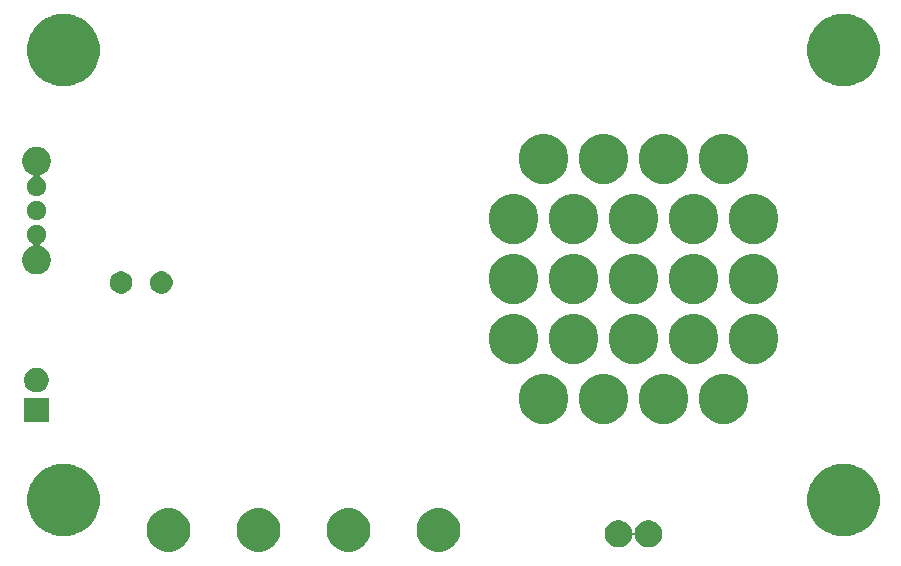
<source format=gbr>
G04 #@! TF.GenerationSoftware,KiCad,Pcbnew,(5.1.5)-3*
G04 #@! TF.CreationDate,2020-06-16T01:41:37-04:00*
G04 #@! TF.ProjectId,SMT-Theremin-v1,534d542d-5468-4657-9265-6d696e2d7631,rev?*
G04 #@! TF.SameCoordinates,Original*
G04 #@! TF.FileFunction,Soldermask,Bot*
G04 #@! TF.FilePolarity,Negative*
%FSLAX46Y46*%
G04 Gerber Fmt 4.6, Leading zero omitted, Abs format (unit mm)*
G04 Created by KiCad (PCBNEW (5.1.5)-3) date 2020-06-16 01:41:37*
%MOMM*%
%LPD*%
G04 APERTURE LIST*
%ADD10C,0.100000*%
G04 APERTURE END LIST*
D10*
G36*
X118650850Y-115057056D02*
G01*
X118988293Y-115196829D01*
X119291984Y-115399749D01*
X119550251Y-115658016D01*
X119753171Y-115961707D01*
X119892944Y-116299150D01*
X119964200Y-116657377D01*
X119964200Y-117022623D01*
X119892944Y-117380850D01*
X119753171Y-117718293D01*
X119550251Y-118021984D01*
X119291984Y-118280251D01*
X118988293Y-118483171D01*
X118650850Y-118622944D01*
X118292623Y-118694200D01*
X117927377Y-118694200D01*
X117569150Y-118622944D01*
X117231707Y-118483171D01*
X116928016Y-118280251D01*
X116669749Y-118021984D01*
X116466829Y-117718293D01*
X116327056Y-117380850D01*
X116255800Y-117022623D01*
X116255800Y-116657377D01*
X116327056Y-116299150D01*
X116466829Y-115961707D01*
X116669749Y-115658016D01*
X116928016Y-115399749D01*
X117231707Y-115196829D01*
X117569150Y-115057056D01*
X117927377Y-114985800D01*
X118292623Y-114985800D01*
X118650850Y-115057056D01*
G37*
G36*
X103410850Y-115057056D02*
G01*
X103748293Y-115196829D01*
X104051984Y-115399749D01*
X104310251Y-115658016D01*
X104513171Y-115961707D01*
X104652944Y-116299150D01*
X104724200Y-116657377D01*
X104724200Y-117022623D01*
X104652944Y-117380850D01*
X104513171Y-117718293D01*
X104310251Y-118021984D01*
X104051984Y-118280251D01*
X103748293Y-118483171D01*
X103410850Y-118622944D01*
X103052623Y-118694200D01*
X102687377Y-118694200D01*
X102329150Y-118622944D01*
X101991707Y-118483171D01*
X101688016Y-118280251D01*
X101429749Y-118021984D01*
X101226829Y-117718293D01*
X101087056Y-117380850D01*
X101015800Y-117022623D01*
X101015800Y-116657377D01*
X101087056Y-116299150D01*
X101226829Y-115961707D01*
X101429749Y-115658016D01*
X101688016Y-115399749D01*
X101991707Y-115196829D01*
X102329150Y-115057056D01*
X102687377Y-114985800D01*
X103052623Y-114985800D01*
X103410850Y-115057056D01*
G37*
G36*
X95790850Y-115057056D02*
G01*
X96128293Y-115196829D01*
X96431984Y-115399749D01*
X96690251Y-115658016D01*
X96893171Y-115961707D01*
X97032944Y-116299150D01*
X97104200Y-116657377D01*
X97104200Y-117022623D01*
X97032944Y-117380850D01*
X96893171Y-117718293D01*
X96690251Y-118021984D01*
X96431984Y-118280251D01*
X96128293Y-118483171D01*
X95790850Y-118622944D01*
X95432623Y-118694200D01*
X95067377Y-118694200D01*
X94709150Y-118622944D01*
X94371707Y-118483171D01*
X94068016Y-118280251D01*
X93809749Y-118021984D01*
X93606829Y-117718293D01*
X93467056Y-117380850D01*
X93395800Y-117022623D01*
X93395800Y-116657377D01*
X93467056Y-116299150D01*
X93606829Y-115961707D01*
X93809749Y-115658016D01*
X94068016Y-115399749D01*
X94371707Y-115196829D01*
X94709150Y-115057056D01*
X95067377Y-114985800D01*
X95432623Y-114985800D01*
X95790850Y-115057056D01*
G37*
G36*
X111030850Y-115057056D02*
G01*
X111368293Y-115196829D01*
X111671984Y-115399749D01*
X111930251Y-115658016D01*
X112133171Y-115961707D01*
X112272944Y-116299150D01*
X112344200Y-116657377D01*
X112344200Y-117022623D01*
X112272944Y-117380850D01*
X112133171Y-117718293D01*
X111930251Y-118021984D01*
X111671984Y-118280251D01*
X111368293Y-118483171D01*
X111030850Y-118622944D01*
X110672623Y-118694200D01*
X110307377Y-118694200D01*
X109949150Y-118622944D01*
X109611707Y-118483171D01*
X109308016Y-118280251D01*
X109049749Y-118021984D01*
X108846829Y-117718293D01*
X108707056Y-117380850D01*
X108635800Y-117022623D01*
X108635800Y-116657377D01*
X108707056Y-116299150D01*
X108846829Y-115961707D01*
X109049749Y-115658016D01*
X109308016Y-115399749D01*
X109611707Y-115196829D01*
X109949150Y-115057056D01*
X110307377Y-114985800D01*
X110672623Y-114985800D01*
X111030850Y-115057056D01*
G37*
G36*
X133687105Y-116039714D02*
G01*
X133897429Y-116126833D01*
X134086716Y-116253310D01*
X134247691Y-116414285D01*
X134374168Y-116603572D01*
X134461287Y-116813896D01*
X134495443Y-116985608D01*
X134502668Y-117009426D01*
X134514404Y-117031382D01*
X134530198Y-117050627D01*
X134549443Y-117066421D01*
X134571400Y-117078157D01*
X134595224Y-117085384D01*
X134620000Y-117087824D01*
X134644777Y-117085384D01*
X134668601Y-117078157D01*
X134690557Y-117066421D01*
X134709802Y-117050627D01*
X134725596Y-117031382D01*
X134737332Y-117009425D01*
X134744557Y-116985608D01*
X134778713Y-116813896D01*
X134865832Y-116603572D01*
X134992309Y-116414285D01*
X135153284Y-116253310D01*
X135342571Y-116126833D01*
X135552895Y-116039714D01*
X135776173Y-115995301D01*
X136003827Y-115995301D01*
X136227105Y-116039714D01*
X136437429Y-116126833D01*
X136626716Y-116253310D01*
X136787691Y-116414285D01*
X136914168Y-116603572D01*
X137001287Y-116813896D01*
X137045700Y-117037174D01*
X137045700Y-117264828D01*
X137001287Y-117488106D01*
X136914168Y-117698430D01*
X136787691Y-117887717D01*
X136626716Y-118048692D01*
X136437429Y-118175169D01*
X136227105Y-118262288D01*
X136003827Y-118306701D01*
X135776173Y-118306701D01*
X135552895Y-118262288D01*
X135342571Y-118175169D01*
X135153284Y-118048692D01*
X134992309Y-117887717D01*
X134865832Y-117698430D01*
X134778713Y-117488106D01*
X134744557Y-117316394D01*
X134737332Y-117292576D01*
X134725596Y-117270620D01*
X134709802Y-117251375D01*
X134690557Y-117235581D01*
X134668600Y-117223845D01*
X134644776Y-117216618D01*
X134620000Y-117214178D01*
X134595223Y-117216618D01*
X134571399Y-117223845D01*
X134549443Y-117235581D01*
X134530198Y-117251375D01*
X134514404Y-117270620D01*
X134502668Y-117292577D01*
X134495443Y-117316394D01*
X134461287Y-117488106D01*
X134374168Y-117698430D01*
X134247691Y-117887717D01*
X134086716Y-118048692D01*
X133897429Y-118175169D01*
X133687105Y-118262288D01*
X133463827Y-118306701D01*
X133236173Y-118306701D01*
X133012895Y-118262288D01*
X132802571Y-118175169D01*
X132613284Y-118048692D01*
X132452309Y-117887717D01*
X132325832Y-117698430D01*
X132238713Y-117488106D01*
X132194300Y-117264828D01*
X132194300Y-117037174D01*
X132238713Y-116813896D01*
X132325832Y-116603572D01*
X132452309Y-116414285D01*
X132613284Y-116253310D01*
X132802571Y-116126833D01*
X133012895Y-116039714D01*
X133236173Y-115995301D01*
X133463827Y-115995301D01*
X133687105Y-116039714D01*
G37*
G36*
X152819073Y-111262696D02*
G01*
X153292772Y-111356920D01*
X153571279Y-111472282D01*
X153849785Y-111587643D01*
X153849786Y-111587644D01*
X154351083Y-111922599D01*
X154777401Y-112348917D01*
X155001211Y-112683873D01*
X155112357Y-112850215D01*
X155227718Y-113128721D01*
X155343080Y-113407228D01*
X155460700Y-113998548D01*
X155460700Y-114601452D01*
X155343080Y-115192772D01*
X155257347Y-115399749D01*
X155112357Y-115749785D01*
X155112356Y-115749786D01*
X154777401Y-116251083D01*
X154351083Y-116677401D01*
X154146803Y-116813896D01*
X153849785Y-117012357D01*
X153571279Y-117127718D01*
X153292772Y-117243080D01*
X152819073Y-117337304D01*
X152701453Y-117360700D01*
X152098547Y-117360700D01*
X151980927Y-117337304D01*
X151507228Y-117243080D01*
X151228721Y-117127718D01*
X150950215Y-117012357D01*
X150653197Y-116813896D01*
X150448917Y-116677401D01*
X150022599Y-116251083D01*
X149687644Y-115749786D01*
X149687643Y-115749785D01*
X149542653Y-115399749D01*
X149456920Y-115192772D01*
X149339300Y-114601452D01*
X149339300Y-113998548D01*
X149456920Y-113407228D01*
X149572282Y-113128721D01*
X149687643Y-112850215D01*
X149798789Y-112683873D01*
X150022599Y-112348917D01*
X150448917Y-111922599D01*
X150950214Y-111587644D01*
X150950215Y-111587643D01*
X151228721Y-111472282D01*
X151507228Y-111356920D01*
X151980927Y-111262696D01*
X152098547Y-111239300D01*
X152701453Y-111239300D01*
X152819073Y-111262696D01*
G37*
G36*
X86779073Y-111262696D02*
G01*
X87252772Y-111356920D01*
X87531279Y-111472282D01*
X87809785Y-111587643D01*
X87809786Y-111587644D01*
X88311083Y-111922599D01*
X88737401Y-112348917D01*
X88961211Y-112683873D01*
X89072357Y-112850215D01*
X89187718Y-113128721D01*
X89303080Y-113407228D01*
X89420700Y-113998548D01*
X89420700Y-114601452D01*
X89303080Y-115192772D01*
X89217347Y-115399749D01*
X89072357Y-115749785D01*
X89072356Y-115749786D01*
X88737401Y-116251083D01*
X88311083Y-116677401D01*
X88106803Y-116813896D01*
X87809785Y-117012357D01*
X87531279Y-117127718D01*
X87252772Y-117243080D01*
X86779073Y-117337304D01*
X86661453Y-117360700D01*
X86058547Y-117360700D01*
X85940927Y-117337304D01*
X85467228Y-117243080D01*
X85188721Y-117127718D01*
X84910215Y-117012357D01*
X84613197Y-116813896D01*
X84408917Y-116677401D01*
X83982599Y-116251083D01*
X83647644Y-115749786D01*
X83647643Y-115749785D01*
X83502653Y-115399749D01*
X83416920Y-115192772D01*
X83299300Y-114601452D01*
X83299300Y-113998548D01*
X83416920Y-113407228D01*
X83532282Y-113128721D01*
X83647643Y-112850215D01*
X83758789Y-112683873D01*
X83982599Y-112348917D01*
X84408917Y-111922599D01*
X84910214Y-111587644D01*
X84910215Y-111587643D01*
X85188721Y-111472282D01*
X85467228Y-111356920D01*
X85940927Y-111262696D01*
X86058547Y-111239300D01*
X86661453Y-111239300D01*
X86779073Y-111262696D01*
G37*
G36*
X142854939Y-103693818D02*
G01*
X143238607Y-103852738D01*
X143583899Y-104083455D01*
X143877546Y-104377102D01*
X144108263Y-104722394D01*
X144267183Y-105106062D01*
X144348200Y-105513361D01*
X144348200Y-105928641D01*
X144267183Y-106335940D01*
X144108263Y-106719608D01*
X143877546Y-107064900D01*
X143583899Y-107358547D01*
X143238607Y-107589264D01*
X142854939Y-107748184D01*
X142447640Y-107829201D01*
X142032360Y-107829201D01*
X141625061Y-107748184D01*
X141241393Y-107589264D01*
X140896101Y-107358547D01*
X140602454Y-107064900D01*
X140371737Y-106719608D01*
X140212817Y-106335940D01*
X140131800Y-105928641D01*
X140131800Y-105513361D01*
X140212817Y-105106062D01*
X140371737Y-104722394D01*
X140602454Y-104377102D01*
X140896101Y-104083455D01*
X141241393Y-103852738D01*
X141625061Y-103693818D01*
X142032360Y-103612801D01*
X142447640Y-103612801D01*
X142854939Y-103693818D01*
G37*
G36*
X137774939Y-103693818D02*
G01*
X138158607Y-103852738D01*
X138503899Y-104083455D01*
X138797546Y-104377102D01*
X139028263Y-104722394D01*
X139187183Y-105106062D01*
X139268200Y-105513361D01*
X139268200Y-105928641D01*
X139187183Y-106335940D01*
X139028263Y-106719608D01*
X138797546Y-107064900D01*
X138503899Y-107358547D01*
X138158607Y-107589264D01*
X137774939Y-107748184D01*
X137367640Y-107829201D01*
X136952360Y-107829201D01*
X136545061Y-107748184D01*
X136161393Y-107589264D01*
X135816101Y-107358547D01*
X135522454Y-107064900D01*
X135291737Y-106719608D01*
X135132817Y-106335940D01*
X135051800Y-105928641D01*
X135051800Y-105513361D01*
X135132817Y-105106062D01*
X135291737Y-104722394D01*
X135522454Y-104377102D01*
X135816101Y-104083455D01*
X136161393Y-103852738D01*
X136545061Y-103693818D01*
X136952360Y-103612801D01*
X137367640Y-103612801D01*
X137774939Y-103693818D01*
G37*
G36*
X132694939Y-103693818D02*
G01*
X133078607Y-103852738D01*
X133423899Y-104083455D01*
X133717546Y-104377102D01*
X133948263Y-104722394D01*
X134107183Y-105106062D01*
X134188200Y-105513361D01*
X134188200Y-105928641D01*
X134107183Y-106335940D01*
X133948263Y-106719608D01*
X133717546Y-107064900D01*
X133423899Y-107358547D01*
X133078607Y-107589264D01*
X132694939Y-107748184D01*
X132287640Y-107829201D01*
X131872360Y-107829201D01*
X131465061Y-107748184D01*
X131081393Y-107589264D01*
X130736101Y-107358547D01*
X130442454Y-107064900D01*
X130211737Y-106719608D01*
X130052817Y-106335940D01*
X129971800Y-105928641D01*
X129971800Y-105513361D01*
X130052817Y-105106062D01*
X130211737Y-104722394D01*
X130442454Y-104377102D01*
X130736101Y-104083455D01*
X131081393Y-103852738D01*
X131465061Y-103693818D01*
X131872360Y-103612801D01*
X132287640Y-103612801D01*
X132694939Y-103693818D01*
G37*
G36*
X127614939Y-103693818D02*
G01*
X127998607Y-103852738D01*
X128343899Y-104083455D01*
X128637546Y-104377102D01*
X128868263Y-104722394D01*
X129027183Y-105106062D01*
X129108200Y-105513361D01*
X129108200Y-105928641D01*
X129027183Y-106335940D01*
X128868263Y-106719608D01*
X128637546Y-107064900D01*
X128343899Y-107358547D01*
X127998607Y-107589264D01*
X127614939Y-107748184D01*
X127207640Y-107829201D01*
X126792360Y-107829201D01*
X126385061Y-107748184D01*
X126001393Y-107589264D01*
X125656101Y-107358547D01*
X125362454Y-107064900D01*
X125131737Y-106719608D01*
X124972817Y-106335940D01*
X124891800Y-105928641D01*
X124891800Y-105513361D01*
X124972817Y-105106062D01*
X125131737Y-104722394D01*
X125362454Y-104377102D01*
X125656101Y-104083455D01*
X126001393Y-103852738D01*
X126385061Y-103693818D01*
X126792360Y-103612801D01*
X127207640Y-103612801D01*
X127614939Y-103693818D01*
G37*
G36*
X85127200Y-107733200D02*
G01*
X83020800Y-107733200D01*
X83020800Y-105626800D01*
X85127200Y-105626800D01*
X85127200Y-107733200D01*
G37*
G36*
X84381207Y-103127274D02*
G01*
X84572877Y-103206666D01*
X84745376Y-103321926D01*
X84892074Y-103468624D01*
X85007334Y-103641123D01*
X85086726Y-103832793D01*
X85127200Y-104036269D01*
X85127200Y-104243731D01*
X85086726Y-104447207D01*
X85007334Y-104638877D01*
X84892074Y-104811376D01*
X84745376Y-104958074D01*
X84572877Y-105073334D01*
X84381207Y-105152726D01*
X84177731Y-105193200D01*
X83970269Y-105193200D01*
X83766793Y-105152726D01*
X83575123Y-105073334D01*
X83402624Y-104958074D01*
X83255926Y-104811376D01*
X83140666Y-104638877D01*
X83061274Y-104447207D01*
X83020800Y-104243731D01*
X83020800Y-104036269D01*
X83061274Y-103832793D01*
X83140666Y-103641123D01*
X83255926Y-103468624D01*
X83402624Y-103321926D01*
X83575123Y-103206666D01*
X83766793Y-103127274D01*
X83970269Y-103086800D01*
X84177731Y-103086800D01*
X84381207Y-103127274D01*
G37*
G36*
X135234939Y-98613818D02*
G01*
X135618607Y-98772738D01*
X135963899Y-99003455D01*
X136257546Y-99297102D01*
X136488263Y-99642394D01*
X136647183Y-100026062D01*
X136728200Y-100433361D01*
X136728200Y-100848641D01*
X136647183Y-101255940D01*
X136488263Y-101639608D01*
X136257546Y-101984900D01*
X135963899Y-102278547D01*
X135618607Y-102509264D01*
X135234939Y-102668184D01*
X134827640Y-102749201D01*
X134412360Y-102749201D01*
X134005061Y-102668184D01*
X133621393Y-102509264D01*
X133276101Y-102278547D01*
X132982454Y-101984900D01*
X132751737Y-101639608D01*
X132592817Y-101255940D01*
X132511800Y-100848641D01*
X132511800Y-100433361D01*
X132592817Y-100026062D01*
X132751737Y-99642394D01*
X132982454Y-99297102D01*
X133276101Y-99003455D01*
X133621393Y-98772738D01*
X134005061Y-98613818D01*
X134412360Y-98532801D01*
X134827640Y-98532801D01*
X135234939Y-98613818D01*
G37*
G36*
X130154939Y-98613818D02*
G01*
X130538607Y-98772738D01*
X130883899Y-99003455D01*
X131177546Y-99297102D01*
X131408263Y-99642394D01*
X131567183Y-100026062D01*
X131648200Y-100433361D01*
X131648200Y-100848641D01*
X131567183Y-101255940D01*
X131408263Y-101639608D01*
X131177546Y-101984900D01*
X130883899Y-102278547D01*
X130538607Y-102509264D01*
X130154939Y-102668184D01*
X129747640Y-102749201D01*
X129332360Y-102749201D01*
X128925061Y-102668184D01*
X128541393Y-102509264D01*
X128196101Y-102278547D01*
X127902454Y-101984900D01*
X127671737Y-101639608D01*
X127512817Y-101255940D01*
X127431800Y-100848641D01*
X127431800Y-100433361D01*
X127512817Y-100026062D01*
X127671737Y-99642394D01*
X127902454Y-99297102D01*
X128196101Y-99003455D01*
X128541393Y-98772738D01*
X128925061Y-98613818D01*
X129332360Y-98532801D01*
X129747640Y-98532801D01*
X130154939Y-98613818D01*
G37*
G36*
X125074939Y-98613818D02*
G01*
X125458607Y-98772738D01*
X125803899Y-99003455D01*
X126097546Y-99297102D01*
X126328263Y-99642394D01*
X126487183Y-100026062D01*
X126568200Y-100433361D01*
X126568200Y-100848641D01*
X126487183Y-101255940D01*
X126328263Y-101639608D01*
X126097546Y-101984900D01*
X125803899Y-102278547D01*
X125458607Y-102509264D01*
X125074939Y-102668184D01*
X124667640Y-102749201D01*
X124252360Y-102749201D01*
X123845061Y-102668184D01*
X123461393Y-102509264D01*
X123116101Y-102278547D01*
X122822454Y-101984900D01*
X122591737Y-101639608D01*
X122432817Y-101255940D01*
X122351800Y-100848641D01*
X122351800Y-100433361D01*
X122432817Y-100026062D01*
X122591737Y-99642394D01*
X122822454Y-99297102D01*
X123116101Y-99003455D01*
X123461393Y-98772738D01*
X123845061Y-98613818D01*
X124252360Y-98532801D01*
X124667640Y-98532801D01*
X125074939Y-98613818D01*
G37*
G36*
X140314939Y-98613818D02*
G01*
X140698607Y-98772738D01*
X141043899Y-99003455D01*
X141337546Y-99297102D01*
X141568263Y-99642394D01*
X141727183Y-100026062D01*
X141808200Y-100433361D01*
X141808200Y-100848641D01*
X141727183Y-101255940D01*
X141568263Y-101639608D01*
X141337546Y-101984900D01*
X141043899Y-102278547D01*
X140698607Y-102509264D01*
X140314939Y-102668184D01*
X139907640Y-102749201D01*
X139492360Y-102749201D01*
X139085061Y-102668184D01*
X138701393Y-102509264D01*
X138356101Y-102278547D01*
X138062454Y-101984900D01*
X137831737Y-101639608D01*
X137672817Y-101255940D01*
X137591800Y-100848641D01*
X137591800Y-100433361D01*
X137672817Y-100026062D01*
X137831737Y-99642394D01*
X138062454Y-99297102D01*
X138356101Y-99003455D01*
X138701393Y-98772738D01*
X139085061Y-98613818D01*
X139492360Y-98532801D01*
X139907640Y-98532801D01*
X140314939Y-98613818D01*
G37*
G36*
X145394939Y-98613818D02*
G01*
X145778607Y-98772738D01*
X146123899Y-99003455D01*
X146417546Y-99297102D01*
X146648263Y-99642394D01*
X146807183Y-100026062D01*
X146888200Y-100433361D01*
X146888200Y-100848641D01*
X146807183Y-101255940D01*
X146648263Y-101639608D01*
X146417546Y-101984900D01*
X146123899Y-102278547D01*
X145778607Y-102509264D01*
X145394939Y-102668184D01*
X144987640Y-102749201D01*
X144572360Y-102749201D01*
X144165061Y-102668184D01*
X143781393Y-102509264D01*
X143436101Y-102278547D01*
X143142454Y-101984900D01*
X142911737Y-101639608D01*
X142752817Y-101255940D01*
X142671800Y-100848641D01*
X142671800Y-100433361D01*
X142752817Y-100026062D01*
X142911737Y-99642394D01*
X143142454Y-99297102D01*
X143436101Y-99003455D01*
X143781393Y-98772738D01*
X144165061Y-98613818D01*
X144572360Y-98532801D01*
X144987640Y-98532801D01*
X145394939Y-98613818D01*
G37*
G36*
X130154939Y-93533818D02*
G01*
X130538607Y-93692738D01*
X130883899Y-93923455D01*
X131177546Y-94217102D01*
X131408263Y-94562394D01*
X131567183Y-94946062D01*
X131648200Y-95353361D01*
X131648200Y-95768641D01*
X131567183Y-96175940D01*
X131408263Y-96559608D01*
X131177546Y-96904900D01*
X130883899Y-97198547D01*
X130538607Y-97429264D01*
X130154939Y-97588184D01*
X129747640Y-97669201D01*
X129332360Y-97669201D01*
X128925061Y-97588184D01*
X128541393Y-97429264D01*
X128196101Y-97198547D01*
X127902454Y-96904900D01*
X127671737Y-96559608D01*
X127512817Y-96175940D01*
X127431800Y-95768641D01*
X127431800Y-95353361D01*
X127512817Y-94946062D01*
X127671737Y-94562394D01*
X127902454Y-94217102D01*
X128196101Y-93923455D01*
X128541393Y-93692738D01*
X128925061Y-93533818D01*
X129332360Y-93452801D01*
X129747640Y-93452801D01*
X130154939Y-93533818D01*
G37*
G36*
X140314939Y-93533818D02*
G01*
X140698607Y-93692738D01*
X141043899Y-93923455D01*
X141337546Y-94217102D01*
X141568263Y-94562394D01*
X141727183Y-94946062D01*
X141808200Y-95353361D01*
X141808200Y-95768641D01*
X141727183Y-96175940D01*
X141568263Y-96559608D01*
X141337546Y-96904900D01*
X141043899Y-97198547D01*
X140698607Y-97429264D01*
X140314939Y-97588184D01*
X139907640Y-97669201D01*
X139492360Y-97669201D01*
X139085061Y-97588184D01*
X138701393Y-97429264D01*
X138356101Y-97198547D01*
X138062454Y-96904900D01*
X137831737Y-96559608D01*
X137672817Y-96175940D01*
X137591800Y-95768641D01*
X137591800Y-95353361D01*
X137672817Y-94946062D01*
X137831737Y-94562394D01*
X138062454Y-94217102D01*
X138356101Y-93923455D01*
X138701393Y-93692738D01*
X139085061Y-93533818D01*
X139492360Y-93452801D01*
X139907640Y-93452801D01*
X140314939Y-93533818D01*
G37*
G36*
X145394939Y-93533818D02*
G01*
X145778607Y-93692738D01*
X146123899Y-93923455D01*
X146417546Y-94217102D01*
X146648263Y-94562394D01*
X146807183Y-94946062D01*
X146888200Y-95353361D01*
X146888200Y-95768641D01*
X146807183Y-96175940D01*
X146648263Y-96559608D01*
X146417546Y-96904900D01*
X146123899Y-97198547D01*
X145778607Y-97429264D01*
X145394939Y-97588184D01*
X144987640Y-97669201D01*
X144572360Y-97669201D01*
X144165061Y-97588184D01*
X143781393Y-97429264D01*
X143436101Y-97198547D01*
X143142454Y-96904900D01*
X142911737Y-96559608D01*
X142752817Y-96175940D01*
X142671800Y-95768641D01*
X142671800Y-95353361D01*
X142752817Y-94946062D01*
X142911737Y-94562394D01*
X143142454Y-94217102D01*
X143436101Y-93923455D01*
X143781393Y-93692738D01*
X144165061Y-93533818D01*
X144572360Y-93452801D01*
X144987640Y-93452801D01*
X145394939Y-93533818D01*
G37*
G36*
X125074939Y-93533818D02*
G01*
X125458607Y-93692738D01*
X125803899Y-93923455D01*
X126097546Y-94217102D01*
X126328263Y-94562394D01*
X126487183Y-94946062D01*
X126568200Y-95353361D01*
X126568200Y-95768641D01*
X126487183Y-96175940D01*
X126328263Y-96559608D01*
X126097546Y-96904900D01*
X125803899Y-97198547D01*
X125458607Y-97429264D01*
X125074939Y-97588184D01*
X124667640Y-97669201D01*
X124252360Y-97669201D01*
X123845061Y-97588184D01*
X123461393Y-97429264D01*
X123116101Y-97198547D01*
X122822454Y-96904900D01*
X122591737Y-96559608D01*
X122432817Y-96175940D01*
X122351800Y-95768641D01*
X122351800Y-95353361D01*
X122432817Y-94946062D01*
X122591737Y-94562394D01*
X122822454Y-94217102D01*
X123116101Y-93923455D01*
X123461393Y-93692738D01*
X123845061Y-93533818D01*
X124252360Y-93452801D01*
X124667640Y-93452801D01*
X125074939Y-93533818D01*
G37*
G36*
X135234939Y-93533818D02*
G01*
X135618607Y-93692738D01*
X135963899Y-93923455D01*
X136257546Y-94217102D01*
X136488263Y-94562394D01*
X136647183Y-94946062D01*
X136728200Y-95353361D01*
X136728200Y-95768641D01*
X136647183Y-96175940D01*
X136488263Y-96559608D01*
X136257546Y-96904900D01*
X135963899Y-97198547D01*
X135618607Y-97429264D01*
X135234939Y-97588184D01*
X134827640Y-97669201D01*
X134412360Y-97669201D01*
X134005061Y-97588184D01*
X133621393Y-97429264D01*
X133276101Y-97198547D01*
X132982454Y-96904900D01*
X132751737Y-96559608D01*
X132592817Y-96175940D01*
X132511800Y-95768641D01*
X132511800Y-95353361D01*
X132592817Y-94946062D01*
X132751737Y-94562394D01*
X132982454Y-94217102D01*
X133276101Y-93923455D01*
X133621393Y-93692738D01*
X134005061Y-93533818D01*
X134412360Y-93452801D01*
X134827640Y-93452801D01*
X135234939Y-93533818D01*
G37*
G36*
X91370912Y-94939086D02*
G01*
X91518437Y-94968430D01*
X91605174Y-95004358D01*
X91691909Y-95040285D01*
X91848030Y-95144601D01*
X91980799Y-95277370D01*
X92085115Y-95433491D01*
X92121042Y-95520227D01*
X92156970Y-95606963D01*
X92193600Y-95791119D01*
X92193600Y-95978881D01*
X92156970Y-96163037D01*
X92151625Y-96175940D01*
X92085115Y-96336509D01*
X91980799Y-96492630D01*
X91848030Y-96625399D01*
X91691909Y-96729715D01*
X91605174Y-96765642D01*
X91518437Y-96801570D01*
X91370912Y-96830914D01*
X91334282Y-96838200D01*
X91146518Y-96838200D01*
X91109888Y-96830914D01*
X90962363Y-96801570D01*
X90875626Y-96765642D01*
X90788891Y-96729715D01*
X90632770Y-96625399D01*
X90500001Y-96492630D01*
X90395685Y-96336509D01*
X90329175Y-96175940D01*
X90323830Y-96163037D01*
X90287200Y-95978881D01*
X90287200Y-95791119D01*
X90323830Y-95606963D01*
X90359758Y-95520226D01*
X90395685Y-95433491D01*
X90500001Y-95277370D01*
X90632770Y-95144601D01*
X90788891Y-95040285D01*
X90875626Y-95004358D01*
X90962363Y-94968430D01*
X91109888Y-94939086D01*
X91146518Y-94931800D01*
X91334282Y-94931800D01*
X91370912Y-94939086D01*
G37*
G36*
X94770912Y-94939086D02*
G01*
X94918437Y-94968430D01*
X95005174Y-95004358D01*
X95091909Y-95040285D01*
X95248030Y-95144601D01*
X95380799Y-95277370D01*
X95485115Y-95433491D01*
X95521042Y-95520227D01*
X95556970Y-95606963D01*
X95593600Y-95791119D01*
X95593600Y-95978881D01*
X95556970Y-96163037D01*
X95551625Y-96175940D01*
X95485115Y-96336509D01*
X95380799Y-96492630D01*
X95248030Y-96625399D01*
X95091909Y-96729715D01*
X95005174Y-96765642D01*
X94918437Y-96801570D01*
X94770912Y-96830914D01*
X94734282Y-96838200D01*
X94546518Y-96838200D01*
X94509888Y-96830914D01*
X94362363Y-96801570D01*
X94275626Y-96765642D01*
X94188891Y-96729715D01*
X94032770Y-96625399D01*
X93900001Y-96492630D01*
X93795685Y-96336509D01*
X93729175Y-96175940D01*
X93723830Y-96163037D01*
X93687200Y-95978881D01*
X93687200Y-95791119D01*
X93723830Y-95606963D01*
X93759758Y-95520226D01*
X93795685Y-95433491D01*
X93900001Y-95277370D01*
X94032770Y-95144601D01*
X94188891Y-95040285D01*
X94275626Y-95004358D01*
X94362363Y-94968430D01*
X94509888Y-94939086D01*
X94546518Y-94931800D01*
X94734282Y-94931800D01*
X94770912Y-94939086D01*
G37*
G36*
X84318494Y-91015011D02*
G01*
X84471037Y-91078197D01*
X84608322Y-91169927D01*
X84725073Y-91286678D01*
X84816803Y-91423963D01*
X84879989Y-91576506D01*
X84912200Y-91738444D01*
X84912200Y-91903556D01*
X84879989Y-92065494D01*
X84816803Y-92218037D01*
X84725073Y-92355322D01*
X84608322Y-92472073D01*
X84471037Y-92563803D01*
X84439238Y-92576975D01*
X84417287Y-92588709D01*
X84398042Y-92604503D01*
X84382248Y-92623748D01*
X84370512Y-92645704D01*
X84363285Y-92669528D01*
X84360845Y-92694305D01*
X84363285Y-92719081D01*
X84370512Y-92742905D01*
X84382249Y-92764861D01*
X84398043Y-92784106D01*
X84417288Y-92799900D01*
X84439244Y-92811636D01*
X84651508Y-92899559D01*
X84851195Y-93032986D01*
X85021014Y-93202805D01*
X85154441Y-93402492D01*
X85208838Y-93533818D01*
X85246348Y-93624374D01*
X85293200Y-93859920D01*
X85293200Y-94100080D01*
X85246348Y-94335626D01*
X85212397Y-94417589D01*
X85154441Y-94557508D01*
X85021014Y-94757195D01*
X84851195Y-94927014D01*
X84651508Y-95060441D01*
X84511589Y-95118397D01*
X84429626Y-95152348D01*
X84240933Y-95189881D01*
X84194081Y-95199200D01*
X83953919Y-95199200D01*
X83907067Y-95189881D01*
X83718374Y-95152348D01*
X83636411Y-95118397D01*
X83496492Y-95060441D01*
X83296805Y-94927014D01*
X83126986Y-94757195D01*
X82993559Y-94557508D01*
X82935603Y-94417589D01*
X82901652Y-94335626D01*
X82854800Y-94100080D01*
X82854800Y-93859920D01*
X82901652Y-93624374D01*
X82939162Y-93533818D01*
X82993559Y-93402492D01*
X83126986Y-93202805D01*
X83296805Y-93032986D01*
X83496492Y-92899559D01*
X83708756Y-92811636D01*
X83730713Y-92799900D01*
X83749958Y-92784106D01*
X83765752Y-92764861D01*
X83777488Y-92742904D01*
X83784715Y-92719080D01*
X83787155Y-92694304D01*
X83784715Y-92669527D01*
X83777488Y-92645703D01*
X83765752Y-92623747D01*
X83749958Y-92604502D01*
X83730713Y-92588708D01*
X83708762Y-92576975D01*
X83676963Y-92563803D01*
X83539678Y-92472073D01*
X83422927Y-92355322D01*
X83331197Y-92218037D01*
X83268011Y-92065494D01*
X83235800Y-91903556D01*
X83235800Y-91738444D01*
X83268011Y-91576506D01*
X83331197Y-91423963D01*
X83422927Y-91286678D01*
X83539678Y-91169927D01*
X83676963Y-91078197D01*
X83829506Y-91015011D01*
X83991444Y-90982800D01*
X84156556Y-90982800D01*
X84318494Y-91015011D01*
G37*
G36*
X125074939Y-88453818D02*
G01*
X125458607Y-88612738D01*
X125803899Y-88843455D01*
X126097546Y-89137102D01*
X126328263Y-89482394D01*
X126487183Y-89866062D01*
X126568200Y-90273361D01*
X126568200Y-90688641D01*
X126487183Y-91095940D01*
X126328263Y-91479608D01*
X126097546Y-91824900D01*
X125803899Y-92118547D01*
X125458607Y-92349264D01*
X125074939Y-92508184D01*
X124667640Y-92589201D01*
X124252360Y-92589201D01*
X123845061Y-92508184D01*
X123461393Y-92349264D01*
X123116101Y-92118547D01*
X122822454Y-91824900D01*
X122591737Y-91479608D01*
X122432817Y-91095940D01*
X122351800Y-90688641D01*
X122351800Y-90273361D01*
X122432817Y-89866062D01*
X122591737Y-89482394D01*
X122822454Y-89137102D01*
X123116101Y-88843455D01*
X123461393Y-88612738D01*
X123845061Y-88453818D01*
X124252360Y-88372801D01*
X124667640Y-88372801D01*
X125074939Y-88453818D01*
G37*
G36*
X135234939Y-88453818D02*
G01*
X135618607Y-88612738D01*
X135963899Y-88843455D01*
X136257546Y-89137102D01*
X136488263Y-89482394D01*
X136647183Y-89866062D01*
X136728200Y-90273361D01*
X136728200Y-90688641D01*
X136647183Y-91095940D01*
X136488263Y-91479608D01*
X136257546Y-91824900D01*
X135963899Y-92118547D01*
X135618607Y-92349264D01*
X135234939Y-92508184D01*
X134827640Y-92589201D01*
X134412360Y-92589201D01*
X134005061Y-92508184D01*
X133621393Y-92349264D01*
X133276101Y-92118547D01*
X132982454Y-91824900D01*
X132751737Y-91479608D01*
X132592817Y-91095940D01*
X132511800Y-90688641D01*
X132511800Y-90273361D01*
X132592817Y-89866062D01*
X132751737Y-89482394D01*
X132982454Y-89137102D01*
X133276101Y-88843455D01*
X133621393Y-88612738D01*
X134005061Y-88453818D01*
X134412360Y-88372801D01*
X134827640Y-88372801D01*
X135234939Y-88453818D01*
G37*
G36*
X145394939Y-88453818D02*
G01*
X145778607Y-88612738D01*
X146123899Y-88843455D01*
X146417546Y-89137102D01*
X146648263Y-89482394D01*
X146807183Y-89866062D01*
X146888200Y-90273361D01*
X146888200Y-90688641D01*
X146807183Y-91095940D01*
X146648263Y-91479608D01*
X146417546Y-91824900D01*
X146123899Y-92118547D01*
X145778607Y-92349264D01*
X145394939Y-92508184D01*
X144987640Y-92589201D01*
X144572360Y-92589201D01*
X144165061Y-92508184D01*
X143781393Y-92349264D01*
X143436101Y-92118547D01*
X143142454Y-91824900D01*
X142911737Y-91479608D01*
X142752817Y-91095940D01*
X142671800Y-90688641D01*
X142671800Y-90273361D01*
X142752817Y-89866062D01*
X142911737Y-89482394D01*
X143142454Y-89137102D01*
X143436101Y-88843455D01*
X143781393Y-88612738D01*
X144165061Y-88453818D01*
X144572360Y-88372801D01*
X144987640Y-88372801D01*
X145394939Y-88453818D01*
G37*
G36*
X140314939Y-88453818D02*
G01*
X140698607Y-88612738D01*
X141043899Y-88843455D01*
X141337546Y-89137102D01*
X141568263Y-89482394D01*
X141727183Y-89866062D01*
X141808200Y-90273361D01*
X141808200Y-90688641D01*
X141727183Y-91095940D01*
X141568263Y-91479608D01*
X141337546Y-91824900D01*
X141043899Y-92118547D01*
X140698607Y-92349264D01*
X140314939Y-92508184D01*
X139907640Y-92589201D01*
X139492360Y-92589201D01*
X139085061Y-92508184D01*
X138701393Y-92349264D01*
X138356101Y-92118547D01*
X138062454Y-91824900D01*
X137831737Y-91479608D01*
X137672817Y-91095940D01*
X137591800Y-90688641D01*
X137591800Y-90273361D01*
X137672817Y-89866062D01*
X137831737Y-89482394D01*
X138062454Y-89137102D01*
X138356101Y-88843455D01*
X138701393Y-88612738D01*
X139085061Y-88453818D01*
X139492360Y-88372801D01*
X139907640Y-88372801D01*
X140314939Y-88453818D01*
G37*
G36*
X130154939Y-88453818D02*
G01*
X130538607Y-88612738D01*
X130883899Y-88843455D01*
X131177546Y-89137102D01*
X131408263Y-89482394D01*
X131567183Y-89866062D01*
X131648200Y-90273361D01*
X131648200Y-90688641D01*
X131567183Y-91095940D01*
X131408263Y-91479608D01*
X131177546Y-91824900D01*
X130883899Y-92118547D01*
X130538607Y-92349264D01*
X130154939Y-92508184D01*
X129747640Y-92589201D01*
X129332360Y-92589201D01*
X128925061Y-92508184D01*
X128541393Y-92349264D01*
X128196101Y-92118547D01*
X127902454Y-91824900D01*
X127671737Y-91479608D01*
X127512817Y-91095940D01*
X127431800Y-90688641D01*
X127431800Y-90273361D01*
X127512817Y-89866062D01*
X127671737Y-89482394D01*
X127902454Y-89137102D01*
X128196101Y-88843455D01*
X128541393Y-88612738D01*
X128925061Y-88453818D01*
X129332360Y-88372801D01*
X129747640Y-88372801D01*
X130154939Y-88453818D01*
G37*
G36*
X84318494Y-88983011D02*
G01*
X84471037Y-89046197D01*
X84608322Y-89137927D01*
X84725073Y-89254678D01*
X84816803Y-89391963D01*
X84879989Y-89544506D01*
X84912200Y-89706444D01*
X84912200Y-89871556D01*
X84879989Y-90033494D01*
X84816803Y-90186037D01*
X84725073Y-90323322D01*
X84608322Y-90440073D01*
X84471037Y-90531803D01*
X84318494Y-90594989D01*
X84156556Y-90627200D01*
X83991444Y-90627200D01*
X83829506Y-90594989D01*
X83676963Y-90531803D01*
X83539678Y-90440073D01*
X83422927Y-90323322D01*
X83331197Y-90186037D01*
X83268011Y-90033494D01*
X83235800Y-89871556D01*
X83235800Y-89706444D01*
X83268011Y-89544506D01*
X83331197Y-89391963D01*
X83422927Y-89254678D01*
X83539678Y-89137927D01*
X83676963Y-89046197D01*
X83829506Y-88983011D01*
X83991444Y-88950800D01*
X84156556Y-88950800D01*
X84318494Y-88983011D01*
G37*
G36*
X84240933Y-84388119D02*
G01*
X84429626Y-84425652D01*
X84511589Y-84459603D01*
X84651508Y-84517559D01*
X84851195Y-84650986D01*
X85021014Y-84820805D01*
X85154441Y-85020492D01*
X85212397Y-85160411D01*
X85246348Y-85242374D01*
X85293200Y-85477920D01*
X85293200Y-85718080D01*
X85246348Y-85953626D01*
X85220536Y-86015940D01*
X85154441Y-86175508D01*
X85021014Y-86375195D01*
X84851195Y-86545014D01*
X84651508Y-86678441D01*
X84453581Y-86760425D01*
X84439243Y-86766364D01*
X84417287Y-86778100D01*
X84398042Y-86793894D01*
X84382248Y-86813139D01*
X84370512Y-86835096D01*
X84363285Y-86858920D01*
X84360845Y-86883696D01*
X84363285Y-86908473D01*
X84370512Y-86932297D01*
X84382248Y-86954253D01*
X84398042Y-86973498D01*
X84417287Y-86989292D01*
X84439238Y-87001025D01*
X84471037Y-87014197D01*
X84608322Y-87105927D01*
X84725073Y-87222678D01*
X84816803Y-87359963D01*
X84879989Y-87512506D01*
X84912200Y-87674444D01*
X84912200Y-87839556D01*
X84879989Y-88001494D01*
X84816803Y-88154037D01*
X84725073Y-88291322D01*
X84608322Y-88408073D01*
X84471037Y-88499803D01*
X84318494Y-88562989D01*
X84156556Y-88595200D01*
X83991444Y-88595200D01*
X83829506Y-88562989D01*
X83676963Y-88499803D01*
X83539678Y-88408073D01*
X83422927Y-88291322D01*
X83331197Y-88154037D01*
X83268011Y-88001494D01*
X83235800Y-87839556D01*
X83235800Y-87674444D01*
X83268011Y-87512506D01*
X83331197Y-87359963D01*
X83422927Y-87222678D01*
X83539678Y-87105927D01*
X83676963Y-87014197D01*
X83708762Y-87001025D01*
X83730713Y-86989291D01*
X83749958Y-86973497D01*
X83765752Y-86954252D01*
X83777488Y-86932296D01*
X83784715Y-86908472D01*
X83787155Y-86883695D01*
X83784715Y-86858919D01*
X83777488Y-86835095D01*
X83765751Y-86813139D01*
X83749957Y-86793894D01*
X83730712Y-86778100D01*
X83708757Y-86766364D01*
X83694419Y-86760425D01*
X83496492Y-86678441D01*
X83296805Y-86545014D01*
X83126986Y-86375195D01*
X82993559Y-86175508D01*
X82927464Y-86015940D01*
X82901652Y-85953626D01*
X82854800Y-85718080D01*
X82854800Y-85477920D01*
X82901652Y-85242374D01*
X82935603Y-85160411D01*
X82993559Y-85020492D01*
X83126986Y-84820805D01*
X83296805Y-84650986D01*
X83496492Y-84517559D01*
X83636411Y-84459603D01*
X83718374Y-84425652D01*
X83907067Y-84388119D01*
X83953919Y-84378800D01*
X84194081Y-84378800D01*
X84240933Y-84388119D01*
G37*
G36*
X132694939Y-83373818D02*
G01*
X133078607Y-83532738D01*
X133423899Y-83763455D01*
X133717546Y-84057102D01*
X133948263Y-84402394D01*
X134107183Y-84786062D01*
X134188200Y-85193361D01*
X134188200Y-85608641D01*
X134107183Y-86015940D01*
X133948263Y-86399608D01*
X133717546Y-86744900D01*
X133423899Y-87038547D01*
X133078607Y-87269264D01*
X132694939Y-87428184D01*
X132287640Y-87509201D01*
X131872360Y-87509201D01*
X131465061Y-87428184D01*
X131081393Y-87269264D01*
X130736101Y-87038547D01*
X130442454Y-86744900D01*
X130211737Y-86399608D01*
X130052817Y-86015940D01*
X129971800Y-85608641D01*
X129971800Y-85193361D01*
X130052817Y-84786062D01*
X130211737Y-84402394D01*
X130442454Y-84057102D01*
X130736101Y-83763455D01*
X131081393Y-83532738D01*
X131465061Y-83373818D01*
X131872360Y-83292801D01*
X132287640Y-83292801D01*
X132694939Y-83373818D01*
G37*
G36*
X127614939Y-83373818D02*
G01*
X127998607Y-83532738D01*
X128343899Y-83763455D01*
X128637546Y-84057102D01*
X128868263Y-84402394D01*
X129027183Y-84786062D01*
X129108200Y-85193361D01*
X129108200Y-85608641D01*
X129027183Y-86015940D01*
X128868263Y-86399608D01*
X128637546Y-86744900D01*
X128343899Y-87038547D01*
X127998607Y-87269264D01*
X127614939Y-87428184D01*
X127207640Y-87509201D01*
X126792360Y-87509201D01*
X126385061Y-87428184D01*
X126001393Y-87269264D01*
X125656101Y-87038547D01*
X125362454Y-86744900D01*
X125131737Y-86399608D01*
X124972817Y-86015940D01*
X124891800Y-85608641D01*
X124891800Y-85193361D01*
X124972817Y-84786062D01*
X125131737Y-84402394D01*
X125362454Y-84057102D01*
X125656101Y-83763455D01*
X126001393Y-83532738D01*
X126385061Y-83373818D01*
X126792360Y-83292801D01*
X127207640Y-83292801D01*
X127614939Y-83373818D01*
G37*
G36*
X142854939Y-83373818D02*
G01*
X143238607Y-83532738D01*
X143583899Y-83763455D01*
X143877546Y-84057102D01*
X144108263Y-84402394D01*
X144267183Y-84786062D01*
X144348200Y-85193361D01*
X144348200Y-85608641D01*
X144267183Y-86015940D01*
X144108263Y-86399608D01*
X143877546Y-86744900D01*
X143583899Y-87038547D01*
X143238607Y-87269264D01*
X142854939Y-87428184D01*
X142447640Y-87509201D01*
X142032360Y-87509201D01*
X141625061Y-87428184D01*
X141241393Y-87269264D01*
X140896101Y-87038547D01*
X140602454Y-86744900D01*
X140371737Y-86399608D01*
X140212817Y-86015940D01*
X140131800Y-85608641D01*
X140131800Y-85193361D01*
X140212817Y-84786062D01*
X140371737Y-84402394D01*
X140602454Y-84057102D01*
X140896101Y-83763455D01*
X141241393Y-83532738D01*
X141625061Y-83373818D01*
X142032360Y-83292801D01*
X142447640Y-83292801D01*
X142854939Y-83373818D01*
G37*
G36*
X137774939Y-83373818D02*
G01*
X138158607Y-83532738D01*
X138503899Y-83763455D01*
X138797546Y-84057102D01*
X139028263Y-84402394D01*
X139187183Y-84786062D01*
X139268200Y-85193361D01*
X139268200Y-85608641D01*
X139187183Y-86015940D01*
X139028263Y-86399608D01*
X138797546Y-86744900D01*
X138503899Y-87038547D01*
X138158607Y-87269264D01*
X137774939Y-87428184D01*
X137367640Y-87509201D01*
X136952360Y-87509201D01*
X136545061Y-87428184D01*
X136161393Y-87269264D01*
X135816101Y-87038547D01*
X135522454Y-86744900D01*
X135291737Y-86399608D01*
X135132817Y-86015940D01*
X135051800Y-85608641D01*
X135051800Y-85193361D01*
X135132817Y-84786062D01*
X135291737Y-84402394D01*
X135522454Y-84057102D01*
X135816101Y-83763455D01*
X136161393Y-83532738D01*
X136545061Y-83373818D01*
X136952360Y-83292801D01*
X137367640Y-83292801D01*
X137774939Y-83373818D01*
G37*
G36*
X86779073Y-73162696D02*
G01*
X87252772Y-73256920D01*
X87531279Y-73372282D01*
X87809785Y-73487643D01*
X87809786Y-73487644D01*
X88311083Y-73822599D01*
X88737401Y-74248917D01*
X88961211Y-74583873D01*
X89072357Y-74750215D01*
X89187718Y-75028721D01*
X89303080Y-75307228D01*
X89420700Y-75898548D01*
X89420700Y-76501452D01*
X89303080Y-77092772D01*
X89187718Y-77371279D01*
X89072357Y-77649785D01*
X89072356Y-77649786D01*
X88737401Y-78151083D01*
X88311083Y-78577401D01*
X87976127Y-78801211D01*
X87809785Y-78912357D01*
X87531279Y-79027718D01*
X87252772Y-79143080D01*
X86779073Y-79237304D01*
X86661453Y-79260700D01*
X86058547Y-79260700D01*
X85940927Y-79237304D01*
X85467228Y-79143080D01*
X85188721Y-79027718D01*
X84910215Y-78912357D01*
X84743873Y-78801211D01*
X84408917Y-78577401D01*
X83982599Y-78151083D01*
X83647644Y-77649786D01*
X83647643Y-77649785D01*
X83532282Y-77371279D01*
X83416920Y-77092772D01*
X83299300Y-76501452D01*
X83299300Y-75898548D01*
X83416920Y-75307228D01*
X83532282Y-75028721D01*
X83647643Y-74750215D01*
X83758789Y-74583873D01*
X83982599Y-74248917D01*
X84408917Y-73822599D01*
X84910214Y-73487644D01*
X84910215Y-73487643D01*
X85188721Y-73372282D01*
X85467228Y-73256920D01*
X85940927Y-73162696D01*
X86058547Y-73139300D01*
X86661453Y-73139300D01*
X86779073Y-73162696D01*
G37*
G36*
X152819073Y-73162696D02*
G01*
X153292772Y-73256920D01*
X153571279Y-73372282D01*
X153849785Y-73487643D01*
X153849786Y-73487644D01*
X154351083Y-73822599D01*
X154777401Y-74248917D01*
X155001211Y-74583873D01*
X155112357Y-74750215D01*
X155227718Y-75028721D01*
X155343080Y-75307228D01*
X155460700Y-75898548D01*
X155460700Y-76501452D01*
X155343080Y-77092772D01*
X155227718Y-77371279D01*
X155112357Y-77649785D01*
X155112356Y-77649786D01*
X154777401Y-78151083D01*
X154351083Y-78577401D01*
X154016127Y-78801211D01*
X153849785Y-78912357D01*
X153571279Y-79027718D01*
X153292772Y-79143080D01*
X152819073Y-79237304D01*
X152701453Y-79260700D01*
X152098547Y-79260700D01*
X151980927Y-79237304D01*
X151507228Y-79143080D01*
X151228721Y-79027718D01*
X150950215Y-78912357D01*
X150783873Y-78801211D01*
X150448917Y-78577401D01*
X150022599Y-78151083D01*
X149687644Y-77649786D01*
X149687643Y-77649785D01*
X149572282Y-77371279D01*
X149456920Y-77092772D01*
X149339300Y-76501452D01*
X149339300Y-75898548D01*
X149456920Y-75307228D01*
X149572282Y-75028721D01*
X149687643Y-74750215D01*
X149798789Y-74583873D01*
X150022599Y-74248917D01*
X150448917Y-73822599D01*
X150950214Y-73487644D01*
X150950215Y-73487643D01*
X151228721Y-73372282D01*
X151507228Y-73256920D01*
X151980927Y-73162696D01*
X152098547Y-73139300D01*
X152701453Y-73139300D01*
X152819073Y-73162696D01*
G37*
M02*

</source>
